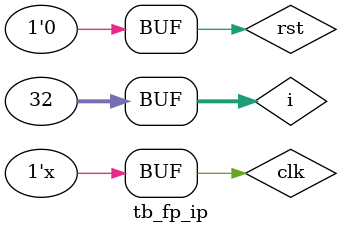
<source format=v>
`timescale 1ns / 1ps

module tb_fp_ip();

    // for my IP    
    reg [32-1:0] ain;
    reg [32-1:0] bin;
    reg [32-1:0] cin;
    reg rst;
    reg clk;
    wire [32-1:0] res;
    wire dvalid;
        // for test
    integer i;
    // random test vector generation
    initial begin
            clk <= 0;
            rst <= 0;
        for(i=0; i<32; i=i+1) begin
            ain = {5'b1000, $urandom%(2**26)}; 
            bin = {5'b1000, $urandom%(2**26)}; 
            cin = {5'b1000, $urandom%(2**26)}; 
            #20;
        end
    end
    
    always #5 clk = ~clk;
    
    floating_point_MAC UUT(
        .aclk(clk),
        .aresetn(~rst),
        .s_axis_a_tvalid(1'b1),
        .s_axis_b_tvalid(1'b1),
        .s_axis_c_tvalid(1'b1),
        .s_axis_a_tdata(ain),
        .s_axis_b_tdata(bin),
        .s_axis_c_tdata(cin),
        .m_axis_result_tvalid(dvalid),
        .m_axis_result_tdata(res)
    );
    
endmodule
</source>
